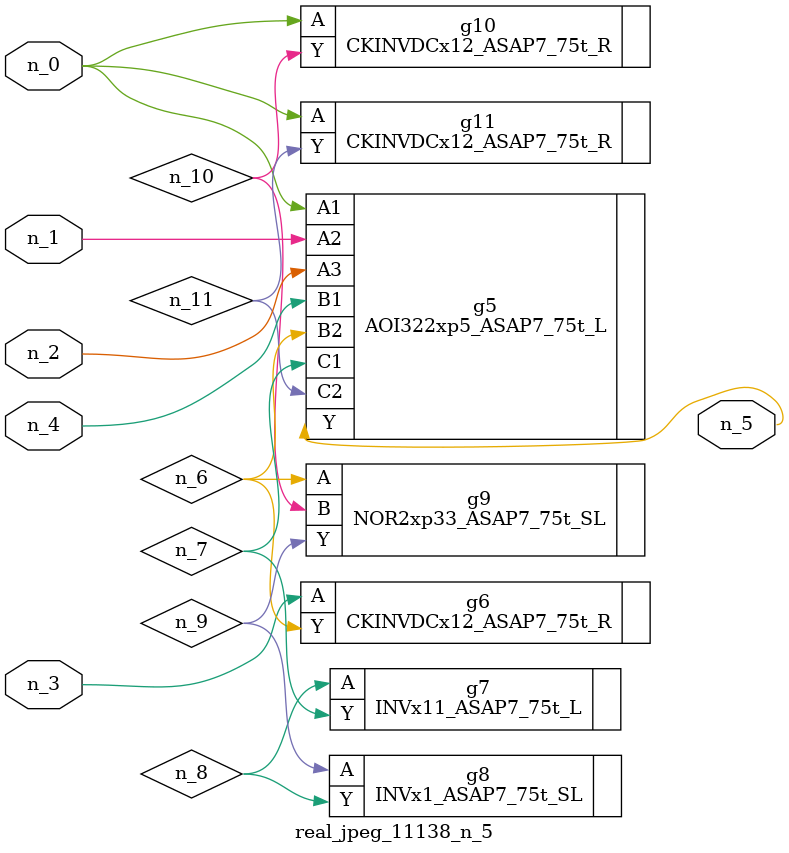
<source format=v>
module real_jpeg_11138_n_5 (n_4, n_0, n_1, n_2, n_3, n_5);

input n_4;
input n_0;
input n_1;
input n_2;
input n_3;

output n_5;

wire n_8;
wire n_11;
wire n_6;
wire n_7;
wire n_10;
wire n_9;

AOI322xp5_ASAP7_75t_L g5 ( 
.A1(n_0),
.A2(n_1),
.A3(n_2),
.B1(n_4),
.B2(n_6),
.C1(n_7),
.C2(n_11),
.Y(n_5)
);

CKINVDCx12_ASAP7_75t_R g10 ( 
.A(n_0),
.Y(n_10)
);

CKINVDCx12_ASAP7_75t_R g11 ( 
.A(n_0),
.Y(n_11)
);

CKINVDCx12_ASAP7_75t_R g6 ( 
.A(n_3),
.Y(n_6)
);

NOR2xp33_ASAP7_75t_SL g9 ( 
.A(n_6),
.B(n_10),
.Y(n_9)
);

INVx11_ASAP7_75t_L g7 ( 
.A(n_8),
.Y(n_7)
);

INVx1_ASAP7_75t_SL g8 ( 
.A(n_9),
.Y(n_8)
);


endmodule
</source>
